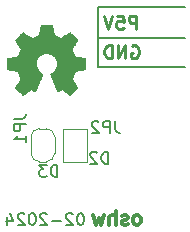
<source format=gbr>
%TF.GenerationSoftware,KiCad,Pcbnew,7.0.9*%
%TF.CreationDate,2024-02-17T11:22:31-05:00*%
%TF.ProjectId,uSD Card with Power Switch - for Xiao or QT Py,75534420-4361-4726-9420-776974682050,V1*%
%TF.SameCoordinates,Original*%
%TF.FileFunction,Legend,Bot*%
%TF.FilePolarity,Positive*%
%FSLAX46Y46*%
G04 Gerber Fmt 4.6, Leading zero omitted, Abs format (unit mm)*
G04 Created by KiCad (PCBNEW 7.0.9) date 2024-02-17 11:22:31*
%MOMM*%
%LPD*%
G01*
G04 APERTURE LIST*
%ADD10C,0.200000*%
%ADD11C,0.230000*%
%ADD12C,0.300000*%
%ADD13C,0.120000*%
%ADD14C,0.010000*%
G04 APERTURE END LIST*
D10*
X167900000Y-72700000D02*
X160600000Y-72700000D01*
X167900000Y-75200000D02*
X160600000Y-75200000D01*
X160600000Y-70100000D02*
X160600000Y-75200000D01*
X167900000Y-70100000D02*
X160600000Y-70100000D01*
D11*
X163786780Y-71953420D02*
X163786780Y-70853420D01*
X163786780Y-70853420D02*
X163367732Y-70853420D01*
X163367732Y-70853420D02*
X163262970Y-70905801D01*
X163262970Y-70905801D02*
X163210589Y-70958182D01*
X163210589Y-70958182D02*
X163158208Y-71062944D01*
X163158208Y-71062944D02*
X163158208Y-71220087D01*
X163158208Y-71220087D02*
X163210589Y-71324849D01*
X163210589Y-71324849D02*
X163262970Y-71377230D01*
X163262970Y-71377230D02*
X163367732Y-71429611D01*
X163367732Y-71429611D02*
X163786780Y-71429611D01*
X162162970Y-70853420D02*
X162686780Y-70853420D01*
X162686780Y-70853420D02*
X162739161Y-71377230D01*
X162739161Y-71377230D02*
X162686780Y-71324849D01*
X162686780Y-71324849D02*
X162582018Y-71272468D01*
X162582018Y-71272468D02*
X162320113Y-71272468D01*
X162320113Y-71272468D02*
X162215351Y-71324849D01*
X162215351Y-71324849D02*
X162162970Y-71377230D01*
X162162970Y-71377230D02*
X162110589Y-71481992D01*
X162110589Y-71481992D02*
X162110589Y-71743897D01*
X162110589Y-71743897D02*
X162162970Y-71848659D01*
X162162970Y-71848659D02*
X162215351Y-71901040D01*
X162215351Y-71901040D02*
X162320113Y-71953420D01*
X162320113Y-71953420D02*
X162582018Y-71953420D01*
X162582018Y-71953420D02*
X162686780Y-71901040D01*
X162686780Y-71901040D02*
X162739161Y-71848659D01*
X161796304Y-70853420D02*
X161429637Y-71953420D01*
X161429637Y-71953420D02*
X161062970Y-70853420D01*
D10*
X157130326Y-84467219D02*
X157130326Y-83467219D01*
X157130326Y-83467219D02*
X156892231Y-83467219D01*
X156892231Y-83467219D02*
X156749374Y-83514838D01*
X156749374Y-83514838D02*
X156654136Y-83610076D01*
X156654136Y-83610076D02*
X156606517Y-83705314D01*
X156606517Y-83705314D02*
X156558898Y-83895790D01*
X156558898Y-83895790D02*
X156558898Y-84038647D01*
X156558898Y-84038647D02*
X156606517Y-84229123D01*
X156606517Y-84229123D02*
X156654136Y-84324361D01*
X156654136Y-84324361D02*
X156749374Y-84419600D01*
X156749374Y-84419600D02*
X156892231Y-84467219D01*
X156892231Y-84467219D02*
X157130326Y-84467219D01*
X156225564Y-83467219D02*
X155606517Y-83467219D01*
X155606517Y-83467219D02*
X155939850Y-83848171D01*
X155939850Y-83848171D02*
X155796993Y-83848171D01*
X155796993Y-83848171D02*
X155701755Y-83895790D01*
X155701755Y-83895790D02*
X155654136Y-83943409D01*
X155654136Y-83943409D02*
X155606517Y-84038647D01*
X155606517Y-84038647D02*
X155606517Y-84276742D01*
X155606517Y-84276742D02*
X155654136Y-84371980D01*
X155654136Y-84371980D02*
X155701755Y-84419600D01*
X155701755Y-84419600D02*
X155796993Y-84467219D01*
X155796993Y-84467219D02*
X156082707Y-84467219D01*
X156082707Y-84467219D02*
X156177945Y-84419600D01*
X156177945Y-84419600D02*
X156225564Y-84371980D01*
X161430326Y-83367219D02*
X161430326Y-82367219D01*
X161430326Y-82367219D02*
X161192231Y-82367219D01*
X161192231Y-82367219D02*
X161049374Y-82414838D01*
X161049374Y-82414838D02*
X160954136Y-82510076D01*
X160954136Y-82510076D02*
X160906517Y-82605314D01*
X160906517Y-82605314D02*
X160858898Y-82795790D01*
X160858898Y-82795790D02*
X160858898Y-82938647D01*
X160858898Y-82938647D02*
X160906517Y-83129123D01*
X160906517Y-83129123D02*
X160954136Y-83224361D01*
X160954136Y-83224361D02*
X161049374Y-83319600D01*
X161049374Y-83319600D02*
X161192231Y-83367219D01*
X161192231Y-83367219D02*
X161430326Y-83367219D01*
X160477945Y-82462457D02*
X160430326Y-82414838D01*
X160430326Y-82414838D02*
X160335088Y-82367219D01*
X160335088Y-82367219D02*
X160096993Y-82367219D01*
X160096993Y-82367219D02*
X160001755Y-82414838D01*
X160001755Y-82414838D02*
X159954136Y-82462457D01*
X159954136Y-82462457D02*
X159906517Y-82557695D01*
X159906517Y-82557695D02*
X159906517Y-82652933D01*
X159906517Y-82652933D02*
X159954136Y-82795790D01*
X159954136Y-82795790D02*
X160525564Y-83367219D01*
X160525564Y-83367219D02*
X159906517Y-83367219D01*
D11*
X163410589Y-73405801D02*
X163515351Y-73353420D01*
X163515351Y-73353420D02*
X163672494Y-73353420D01*
X163672494Y-73353420D02*
X163829637Y-73405801D01*
X163829637Y-73405801D02*
X163934399Y-73510563D01*
X163934399Y-73510563D02*
X163986780Y-73615325D01*
X163986780Y-73615325D02*
X164039161Y-73824849D01*
X164039161Y-73824849D02*
X164039161Y-73981992D01*
X164039161Y-73981992D02*
X163986780Y-74191516D01*
X163986780Y-74191516D02*
X163934399Y-74296278D01*
X163934399Y-74296278D02*
X163829637Y-74401040D01*
X163829637Y-74401040D02*
X163672494Y-74453420D01*
X163672494Y-74453420D02*
X163567732Y-74453420D01*
X163567732Y-74453420D02*
X163410589Y-74401040D01*
X163410589Y-74401040D02*
X163358208Y-74348659D01*
X163358208Y-74348659D02*
X163358208Y-73981992D01*
X163358208Y-73981992D02*
X163567732Y-73981992D01*
X162886780Y-74453420D02*
X162886780Y-73353420D01*
X162886780Y-73353420D02*
X162258208Y-74453420D01*
X162258208Y-74453420D02*
X162258208Y-73353420D01*
X161734399Y-74453420D02*
X161734399Y-73353420D01*
X161734399Y-73353420D02*
X161472494Y-73353420D01*
X161472494Y-73353420D02*
X161315351Y-73405801D01*
X161315351Y-73405801D02*
X161210589Y-73510563D01*
X161210589Y-73510563D02*
X161158208Y-73615325D01*
X161158208Y-73615325D02*
X161105827Y-73824849D01*
X161105827Y-73824849D02*
X161105827Y-73981992D01*
X161105827Y-73981992D02*
X161158208Y-74191516D01*
X161158208Y-74191516D02*
X161210589Y-74296278D01*
X161210589Y-74296278D02*
X161315351Y-74401040D01*
X161315351Y-74401040D02*
X161472494Y-74453420D01*
X161472494Y-74453420D02*
X161734399Y-74453420D01*
D10*
X159139850Y-87567219D02*
X159044612Y-87567219D01*
X159044612Y-87567219D02*
X158949374Y-87614838D01*
X158949374Y-87614838D02*
X158901755Y-87662457D01*
X158901755Y-87662457D02*
X158854136Y-87757695D01*
X158854136Y-87757695D02*
X158806517Y-87948171D01*
X158806517Y-87948171D02*
X158806517Y-88186266D01*
X158806517Y-88186266D02*
X158854136Y-88376742D01*
X158854136Y-88376742D02*
X158901755Y-88471980D01*
X158901755Y-88471980D02*
X158949374Y-88519600D01*
X158949374Y-88519600D02*
X159044612Y-88567219D01*
X159044612Y-88567219D02*
X159139850Y-88567219D01*
X159139850Y-88567219D02*
X159235088Y-88519600D01*
X159235088Y-88519600D02*
X159282707Y-88471980D01*
X159282707Y-88471980D02*
X159330326Y-88376742D01*
X159330326Y-88376742D02*
X159377945Y-88186266D01*
X159377945Y-88186266D02*
X159377945Y-87948171D01*
X159377945Y-87948171D02*
X159330326Y-87757695D01*
X159330326Y-87757695D02*
X159282707Y-87662457D01*
X159282707Y-87662457D02*
X159235088Y-87614838D01*
X159235088Y-87614838D02*
X159139850Y-87567219D01*
X158425564Y-87662457D02*
X158377945Y-87614838D01*
X158377945Y-87614838D02*
X158282707Y-87567219D01*
X158282707Y-87567219D02*
X158044612Y-87567219D01*
X158044612Y-87567219D02*
X157949374Y-87614838D01*
X157949374Y-87614838D02*
X157901755Y-87662457D01*
X157901755Y-87662457D02*
X157854136Y-87757695D01*
X157854136Y-87757695D02*
X157854136Y-87852933D01*
X157854136Y-87852933D02*
X157901755Y-87995790D01*
X157901755Y-87995790D02*
X158473183Y-88567219D01*
X158473183Y-88567219D02*
X157854136Y-88567219D01*
X157425564Y-88186266D02*
X156663660Y-88186266D01*
X156235088Y-87662457D02*
X156187469Y-87614838D01*
X156187469Y-87614838D02*
X156092231Y-87567219D01*
X156092231Y-87567219D02*
X155854136Y-87567219D01*
X155854136Y-87567219D02*
X155758898Y-87614838D01*
X155758898Y-87614838D02*
X155711279Y-87662457D01*
X155711279Y-87662457D02*
X155663660Y-87757695D01*
X155663660Y-87757695D02*
X155663660Y-87852933D01*
X155663660Y-87852933D02*
X155711279Y-87995790D01*
X155711279Y-87995790D02*
X156282707Y-88567219D01*
X156282707Y-88567219D02*
X155663660Y-88567219D01*
X155044612Y-87567219D02*
X154949374Y-87567219D01*
X154949374Y-87567219D02*
X154854136Y-87614838D01*
X154854136Y-87614838D02*
X154806517Y-87662457D01*
X154806517Y-87662457D02*
X154758898Y-87757695D01*
X154758898Y-87757695D02*
X154711279Y-87948171D01*
X154711279Y-87948171D02*
X154711279Y-88186266D01*
X154711279Y-88186266D02*
X154758898Y-88376742D01*
X154758898Y-88376742D02*
X154806517Y-88471980D01*
X154806517Y-88471980D02*
X154854136Y-88519600D01*
X154854136Y-88519600D02*
X154949374Y-88567219D01*
X154949374Y-88567219D02*
X155044612Y-88567219D01*
X155044612Y-88567219D02*
X155139850Y-88519600D01*
X155139850Y-88519600D02*
X155187469Y-88471980D01*
X155187469Y-88471980D02*
X155235088Y-88376742D01*
X155235088Y-88376742D02*
X155282707Y-88186266D01*
X155282707Y-88186266D02*
X155282707Y-87948171D01*
X155282707Y-87948171D02*
X155235088Y-87757695D01*
X155235088Y-87757695D02*
X155187469Y-87662457D01*
X155187469Y-87662457D02*
X155139850Y-87614838D01*
X155139850Y-87614838D02*
X155044612Y-87567219D01*
X154330326Y-87662457D02*
X154282707Y-87614838D01*
X154282707Y-87614838D02*
X154187469Y-87567219D01*
X154187469Y-87567219D02*
X153949374Y-87567219D01*
X153949374Y-87567219D02*
X153854136Y-87614838D01*
X153854136Y-87614838D02*
X153806517Y-87662457D01*
X153806517Y-87662457D02*
X153758898Y-87757695D01*
X153758898Y-87757695D02*
X153758898Y-87852933D01*
X153758898Y-87852933D02*
X153806517Y-87995790D01*
X153806517Y-87995790D02*
X154377945Y-88567219D01*
X154377945Y-88567219D02*
X153758898Y-88567219D01*
X152901755Y-87900552D02*
X152901755Y-88567219D01*
X153139850Y-87519600D02*
X153377945Y-88233885D01*
X153377945Y-88233885D02*
X152758898Y-88233885D01*
D12*
X163945489Y-88537542D02*
X164059774Y-88480400D01*
X164059774Y-88480400D02*
X164116917Y-88423257D01*
X164116917Y-88423257D02*
X164174060Y-88308971D01*
X164174060Y-88308971D02*
X164174060Y-87966114D01*
X164174060Y-87966114D02*
X164116917Y-87851828D01*
X164116917Y-87851828D02*
X164059774Y-87794685D01*
X164059774Y-87794685D02*
X163945489Y-87737542D01*
X163945489Y-87737542D02*
X163774060Y-87737542D01*
X163774060Y-87737542D02*
X163659774Y-87794685D01*
X163659774Y-87794685D02*
X163602632Y-87851828D01*
X163602632Y-87851828D02*
X163545489Y-87966114D01*
X163545489Y-87966114D02*
X163545489Y-88308971D01*
X163545489Y-88308971D02*
X163602632Y-88423257D01*
X163602632Y-88423257D02*
X163659774Y-88480400D01*
X163659774Y-88480400D02*
X163774060Y-88537542D01*
X163774060Y-88537542D02*
X163945489Y-88537542D01*
X163088346Y-88480400D02*
X162974060Y-88537542D01*
X162974060Y-88537542D02*
X162745489Y-88537542D01*
X162745489Y-88537542D02*
X162631203Y-88480400D01*
X162631203Y-88480400D02*
X162574060Y-88366114D01*
X162574060Y-88366114D02*
X162574060Y-88308971D01*
X162574060Y-88308971D02*
X162631203Y-88194685D01*
X162631203Y-88194685D02*
X162745489Y-88137542D01*
X162745489Y-88137542D02*
X162916918Y-88137542D01*
X162916918Y-88137542D02*
X163031203Y-88080400D01*
X163031203Y-88080400D02*
X163088346Y-87966114D01*
X163088346Y-87966114D02*
X163088346Y-87908971D01*
X163088346Y-87908971D02*
X163031203Y-87794685D01*
X163031203Y-87794685D02*
X162916918Y-87737542D01*
X162916918Y-87737542D02*
X162745489Y-87737542D01*
X162745489Y-87737542D02*
X162631203Y-87794685D01*
X162059774Y-88537542D02*
X162059774Y-87337542D01*
X161545489Y-88537542D02*
X161545489Y-87908971D01*
X161545489Y-87908971D02*
X161602631Y-87794685D01*
X161602631Y-87794685D02*
X161716917Y-87737542D01*
X161716917Y-87737542D02*
X161888346Y-87737542D01*
X161888346Y-87737542D02*
X162002631Y-87794685D01*
X162002631Y-87794685D02*
X162059774Y-87851828D01*
X161088346Y-87737542D02*
X160859775Y-88537542D01*
X160859775Y-88537542D02*
X160631203Y-87966114D01*
X160631203Y-87966114D02*
X160402632Y-88537542D01*
X160402632Y-88537542D02*
X160174060Y-87737542D01*
D10*
X153452219Y-79566666D02*
X154166504Y-79566666D01*
X154166504Y-79566666D02*
X154309361Y-79519047D01*
X154309361Y-79519047D02*
X154404600Y-79423809D01*
X154404600Y-79423809D02*
X154452219Y-79280952D01*
X154452219Y-79280952D02*
X154452219Y-79185714D01*
X154452219Y-80042857D02*
X153452219Y-80042857D01*
X153452219Y-80042857D02*
X153452219Y-80423809D01*
X153452219Y-80423809D02*
X153499838Y-80519047D01*
X153499838Y-80519047D02*
X153547457Y-80566666D01*
X153547457Y-80566666D02*
X153642695Y-80614285D01*
X153642695Y-80614285D02*
X153785552Y-80614285D01*
X153785552Y-80614285D02*
X153880790Y-80566666D01*
X153880790Y-80566666D02*
X153928409Y-80519047D01*
X153928409Y-80519047D02*
X153976028Y-80423809D01*
X153976028Y-80423809D02*
X153976028Y-80042857D01*
X154452219Y-81566666D02*
X154452219Y-80995238D01*
X154452219Y-81280952D02*
X153452219Y-81280952D01*
X153452219Y-81280952D02*
X153595076Y-81185714D01*
X153595076Y-81185714D02*
X153690314Y-81090476D01*
X153690314Y-81090476D02*
X153737933Y-80995238D01*
X162033333Y-79752219D02*
X162033333Y-80466504D01*
X162033333Y-80466504D02*
X162080952Y-80609361D01*
X162080952Y-80609361D02*
X162176190Y-80704600D01*
X162176190Y-80704600D02*
X162319047Y-80752219D01*
X162319047Y-80752219D02*
X162414285Y-80752219D01*
X161557142Y-80752219D02*
X161557142Y-79752219D01*
X161557142Y-79752219D02*
X161176190Y-79752219D01*
X161176190Y-79752219D02*
X161080952Y-79799838D01*
X161080952Y-79799838D02*
X161033333Y-79847457D01*
X161033333Y-79847457D02*
X160985714Y-79942695D01*
X160985714Y-79942695D02*
X160985714Y-80085552D01*
X160985714Y-80085552D02*
X161033333Y-80180790D01*
X161033333Y-80180790D02*
X161080952Y-80228409D01*
X161080952Y-80228409D02*
X161176190Y-80276028D01*
X161176190Y-80276028D02*
X161557142Y-80276028D01*
X160604761Y-79847457D02*
X160557142Y-79799838D01*
X160557142Y-79799838D02*
X160461904Y-79752219D01*
X160461904Y-79752219D02*
X160223809Y-79752219D01*
X160223809Y-79752219D02*
X160128571Y-79799838D01*
X160128571Y-79799838D02*
X160080952Y-79847457D01*
X160080952Y-79847457D02*
X160033333Y-79942695D01*
X160033333Y-79942695D02*
X160033333Y-80037933D01*
X160033333Y-80037933D02*
X160080952Y-80180790D01*
X160080952Y-80180790D02*
X160652380Y-80752219D01*
X160652380Y-80752219D02*
X160033333Y-80752219D01*
D13*
%TO.C,JP1*%
X155600000Y-83200000D02*
X156200000Y-83200000D01*
X156900000Y-82500000D02*
X156900000Y-81100000D01*
X154900000Y-81100000D02*
X154900000Y-82500000D01*
X156200000Y-80400000D02*
X155600000Y-80400000D01*
X154900000Y-82500000D02*
G75*
G03*
X155600000Y-83200000I699999J-1D01*
G01*
X156200000Y-83200000D02*
G75*
G03*
X156900000Y-82500000I1J699999D01*
G01*
X155600000Y-80400000D02*
G75*
G03*
X154900000Y-81100000I0J-700000D01*
G01*
X156900000Y-81100000D02*
G75*
G03*
X156200000Y-80400000I-700000J0D01*
G01*
%TO.C,REF\u002A\u002A*%
D14*
X156737275Y-72068931D02*
X156821095Y-72513555D01*
X157439667Y-72768551D01*
X157810707Y-72516246D01*
X157884144Y-72466506D01*
X157981499Y-72401218D01*
X158065787Y-72345454D01*
X158132631Y-72302078D01*
X158177654Y-72273953D01*
X158196478Y-72263942D01*
X158208039Y-72271061D01*
X158242596Y-72300894D01*
X158294894Y-72349852D01*
X158360500Y-72413440D01*
X158434983Y-72487163D01*
X158513913Y-72566525D01*
X158592856Y-72647031D01*
X158667384Y-72724185D01*
X158733063Y-72793493D01*
X158785463Y-72850457D01*
X158820153Y-72890584D01*
X158832701Y-72909377D01*
X158829782Y-72917451D01*
X158809571Y-72953469D01*
X158772663Y-73012744D01*
X158722050Y-73090630D01*
X158660725Y-73182481D01*
X158591679Y-73283650D01*
X158553787Y-73338826D01*
X158488606Y-73434884D01*
X158432723Y-73518717D01*
X158389117Y-73585777D01*
X158360769Y-73631519D01*
X158350657Y-73651396D01*
X158350823Y-73652497D01*
X158359743Y-73677694D01*
X158380206Y-73729147D01*
X158409360Y-73800135D01*
X158444353Y-73883935D01*
X158482332Y-73973828D01*
X158520445Y-74063091D01*
X158555839Y-74145003D01*
X158585662Y-74212843D01*
X158607061Y-74259890D01*
X158617184Y-74279422D01*
X158623174Y-74281155D01*
X158659566Y-74288969D01*
X158724427Y-74301915D01*
X158812565Y-74318979D01*
X158918787Y-74339151D01*
X159037902Y-74361418D01*
X159100683Y-74373223D01*
X159215912Y-74395748D01*
X159316662Y-74416550D01*
X159397426Y-74434435D01*
X159452698Y-74448208D01*
X159476971Y-74456674D01*
X159481331Y-74465066D01*
X159488563Y-74506072D01*
X159494246Y-74574368D01*
X159498382Y-74663529D01*
X159500977Y-74767128D01*
X159502036Y-74878740D01*
X159501561Y-74991938D01*
X159499559Y-75100296D01*
X159496033Y-75197389D01*
X159490987Y-75276790D01*
X159484427Y-75332072D01*
X159476356Y-75356810D01*
X159471458Y-75359600D01*
X159434930Y-75371569D01*
X159371565Y-75387405D01*
X159288686Y-75405374D01*
X159193618Y-75423741D01*
X159161542Y-75429591D01*
X159013393Y-75456798D01*
X158896961Y-75478663D01*
X158808209Y-75496093D01*
X158743103Y-75509996D01*
X158697606Y-75521277D01*
X158667682Y-75530843D01*
X158649294Y-75539601D01*
X158638407Y-75548457D01*
X158637142Y-75549943D01*
X158619338Y-75580931D01*
X158592994Y-75637634D01*
X158560661Y-75713399D01*
X158524893Y-75801574D01*
X158488244Y-75895507D01*
X158453266Y-75988547D01*
X158422513Y-76074041D01*
X158398538Y-76145336D01*
X158383895Y-76195782D01*
X158381136Y-76218726D01*
X158382981Y-76221703D01*
X158402075Y-76250493D01*
X158437984Y-76303595D01*
X158487378Y-76376117D01*
X158546927Y-76463167D01*
X158613303Y-76559854D01*
X158631520Y-76586456D01*
X158695577Y-76681875D01*
X158750937Y-76767212D01*
X158794439Y-76837405D01*
X158822924Y-76887394D01*
X158833232Y-76912116D01*
X158831011Y-76918616D01*
X158807858Y-76950644D01*
X158762177Y-77002945D01*
X158697241Y-77071999D01*
X158616319Y-77154286D01*
X158522685Y-77246286D01*
X158469165Y-77297781D01*
X158384542Y-77377983D01*
X158310475Y-77446678D01*
X158250941Y-77500252D01*
X158209917Y-77535085D01*
X158191381Y-77547563D01*
X158178646Y-77542938D01*
X158139436Y-77521057D01*
X158082495Y-77485273D01*
X158015250Y-77440117D01*
X157967438Y-77407165D01*
X157871985Y-77341727D01*
X157770125Y-77272228D01*
X157677088Y-77209075D01*
X157494832Y-77085800D01*
X157341841Y-77168520D01*
X157305817Y-77187613D01*
X157240303Y-77220272D01*
X157189640Y-77242819D01*
X157162564Y-77251226D01*
X157153703Y-77240430D01*
X157131699Y-77199323D01*
X157099199Y-77131549D01*
X157058010Y-77041409D01*
X157009942Y-76933205D01*
X156956802Y-76811237D01*
X156900399Y-76679808D01*
X156842542Y-76543218D01*
X156785038Y-76405767D01*
X156729697Y-76271758D01*
X156678326Y-76145491D01*
X156632735Y-76031268D01*
X156594732Y-75933390D01*
X156566124Y-75856157D01*
X156548721Y-75803871D01*
X156544331Y-75780833D01*
X156544628Y-75780160D01*
X156565077Y-75758863D01*
X156607850Y-75725508D01*
X156664117Y-75687011D01*
X156681877Y-75675256D01*
X156817014Y-75563735D01*
X156928856Y-75430906D01*
X157014755Y-75282298D01*
X157072062Y-75123440D01*
X157098131Y-74959860D01*
X157090313Y-74797088D01*
X157058644Y-74652315D01*
X157001782Y-74506124D01*
X156918888Y-74375703D01*
X156805131Y-74251813D01*
X156760433Y-74212235D01*
X156615935Y-74114723D01*
X156459838Y-74049050D01*
X156296667Y-74014630D01*
X156130943Y-74010874D01*
X155967192Y-74037194D01*
X155809936Y-74093003D01*
X155663698Y-74177714D01*
X155533004Y-74290737D01*
X155422374Y-74431487D01*
X155401105Y-74466342D01*
X155328810Y-74625655D01*
X155290415Y-74791552D01*
X155284914Y-74959737D01*
X155311301Y-75125913D01*
X155368570Y-75285784D01*
X155455717Y-75435053D01*
X155571736Y-75569423D01*
X155715622Y-75684599D01*
X155720294Y-75687702D01*
X155775964Y-75726933D01*
X155817689Y-75760286D01*
X155836746Y-75780833D01*
X155834342Y-75796941D01*
X155819391Y-75843844D01*
X155792881Y-75916539D01*
X155756620Y-76010725D01*
X155712416Y-76122098D01*
X155662076Y-76246358D01*
X155607407Y-76379202D01*
X155550218Y-76516327D01*
X155492316Y-76653432D01*
X155435510Y-76786215D01*
X155381606Y-76910374D01*
X155332412Y-77021606D01*
X155289737Y-77115609D01*
X155255387Y-77188082D01*
X155231171Y-77234722D01*
X155218897Y-77251226D01*
X155208689Y-77248991D01*
X155168586Y-77232926D01*
X155109318Y-77204759D01*
X155039619Y-77168520D01*
X154886629Y-77085800D01*
X154704373Y-77209075D01*
X154650527Y-77245579D01*
X154550374Y-77313784D01*
X154450525Y-77382098D01*
X154366211Y-77440117D01*
X154319679Y-77471736D01*
X154259200Y-77511020D01*
X154214357Y-77537912D01*
X154192455Y-77547883D01*
X154183045Y-77543650D01*
X154149031Y-77517721D01*
X154096595Y-77472070D01*
X154030301Y-77411186D01*
X153954713Y-77339561D01*
X153874396Y-77261683D01*
X153793913Y-77182045D01*
X153717829Y-77105135D01*
X153650707Y-77035445D01*
X153597112Y-76977464D01*
X153561608Y-76935684D01*
X153548759Y-76914593D01*
X153549500Y-76910581D01*
X153564793Y-76877920D01*
X153597462Y-76821412D01*
X153644350Y-76746163D01*
X153702301Y-76657275D01*
X153768157Y-76559854D01*
X153786627Y-76532982D01*
X153851482Y-76438423D01*
X153908609Y-76354827D01*
X153954678Y-76287084D01*
X153986359Y-76240086D01*
X154000324Y-76218726D01*
X154000668Y-76217811D01*
X153996546Y-76191678D01*
X153980807Y-76138740D01*
X153956004Y-76065647D01*
X153924689Y-75979052D01*
X153889417Y-75885608D01*
X153852740Y-75791965D01*
X153817212Y-75704777D01*
X153785386Y-75630695D01*
X153759816Y-75576371D01*
X153743053Y-75548457D01*
X153741374Y-75546724D01*
X153729372Y-75537956D01*
X153709103Y-75529115D01*
X153676529Y-75519292D01*
X153627616Y-75507583D01*
X153558327Y-75493080D01*
X153464625Y-75474876D01*
X153342476Y-75452066D01*
X153187842Y-75423741D01*
X153155770Y-75417780D01*
X153063893Y-75399352D01*
X152986607Y-75381892D01*
X152931236Y-75367133D01*
X152905105Y-75356810D01*
X152900733Y-75348197D01*
X152893445Y-75306826D01*
X152887669Y-75238241D01*
X152883410Y-75148868D01*
X152880673Y-75045135D01*
X152879462Y-74933465D01*
X152879782Y-74820287D01*
X152881636Y-74712026D01*
X152885030Y-74615108D01*
X152889967Y-74535959D01*
X152896452Y-74481006D01*
X152904489Y-74456674D01*
X152912696Y-74453079D01*
X152953519Y-74441748D01*
X153022524Y-74425722D01*
X153114203Y-74406195D01*
X153223050Y-74384362D01*
X153343558Y-74361418D01*
X153409357Y-74349159D01*
X153522135Y-74327901D01*
X153619207Y-74309287D01*
X153695382Y-74294328D01*
X153745469Y-74284036D01*
X153764276Y-74279422D01*
X153764983Y-74278471D01*
X153776961Y-74254310D01*
X153799794Y-74203694D01*
X153830630Y-74133338D01*
X153866613Y-74049958D01*
X153904891Y-73960270D01*
X153942609Y-73870989D01*
X153976913Y-73788832D01*
X154004949Y-73720513D01*
X154023864Y-73672748D01*
X154030803Y-73652254D01*
X154027742Y-73645043D01*
X154007372Y-73610728D01*
X153970422Y-73552970D01*
X153919860Y-73476299D01*
X153858657Y-73385248D01*
X153789781Y-73284350D01*
X153751994Y-73229093D01*
X153686782Y-73132215D01*
X153630871Y-73047193D01*
X153587241Y-72978662D01*
X153558877Y-72931260D01*
X153548759Y-72909623D01*
X153555790Y-72897887D01*
X153585197Y-72862818D01*
X153633441Y-72809745D01*
X153696093Y-72743164D01*
X153768725Y-72667574D01*
X153846908Y-72587472D01*
X153926214Y-72507354D01*
X154002213Y-72431718D01*
X154070478Y-72365062D01*
X154126580Y-72311882D01*
X154166090Y-72276676D01*
X154184579Y-72263942D01*
X154194843Y-72268893D01*
X154232530Y-72291857D01*
X154293348Y-72330938D01*
X154372913Y-72383272D01*
X154466843Y-72445996D01*
X154570754Y-72516246D01*
X154941794Y-72768551D01*
X155251080Y-72641053D01*
X155560365Y-72513555D01*
X155644186Y-72068931D01*
X155728006Y-71624307D01*
X156653454Y-71624307D01*
X156737275Y-72068931D01*
G36*
X156737275Y-72068931D02*
G01*
X156821095Y-72513555D01*
X157439667Y-72768551D01*
X157810707Y-72516246D01*
X157884144Y-72466506D01*
X157981499Y-72401218D01*
X158065787Y-72345454D01*
X158132631Y-72302078D01*
X158177654Y-72273953D01*
X158196478Y-72263942D01*
X158208039Y-72271061D01*
X158242596Y-72300894D01*
X158294894Y-72349852D01*
X158360500Y-72413440D01*
X158434983Y-72487163D01*
X158513913Y-72566525D01*
X158592856Y-72647031D01*
X158667384Y-72724185D01*
X158733063Y-72793493D01*
X158785463Y-72850457D01*
X158820153Y-72890584D01*
X158832701Y-72909377D01*
X158829782Y-72917451D01*
X158809571Y-72953469D01*
X158772663Y-73012744D01*
X158722050Y-73090630D01*
X158660725Y-73182481D01*
X158591679Y-73283650D01*
X158553787Y-73338826D01*
X158488606Y-73434884D01*
X158432723Y-73518717D01*
X158389117Y-73585777D01*
X158360769Y-73631519D01*
X158350657Y-73651396D01*
X158350823Y-73652497D01*
X158359743Y-73677694D01*
X158380206Y-73729147D01*
X158409360Y-73800135D01*
X158444353Y-73883935D01*
X158482332Y-73973828D01*
X158520445Y-74063091D01*
X158555839Y-74145003D01*
X158585662Y-74212843D01*
X158607061Y-74259890D01*
X158617184Y-74279422D01*
X158623174Y-74281155D01*
X158659566Y-74288969D01*
X158724427Y-74301915D01*
X158812565Y-74318979D01*
X158918787Y-74339151D01*
X159037902Y-74361418D01*
X159100683Y-74373223D01*
X159215912Y-74395748D01*
X159316662Y-74416550D01*
X159397426Y-74434435D01*
X159452698Y-74448208D01*
X159476971Y-74456674D01*
X159481331Y-74465066D01*
X159488563Y-74506072D01*
X159494246Y-74574368D01*
X159498382Y-74663529D01*
X159500977Y-74767128D01*
X159502036Y-74878740D01*
X159501561Y-74991938D01*
X159499559Y-75100296D01*
X159496033Y-75197389D01*
X159490987Y-75276790D01*
X159484427Y-75332072D01*
X159476356Y-75356810D01*
X159471458Y-75359600D01*
X159434930Y-75371569D01*
X159371565Y-75387405D01*
X159288686Y-75405374D01*
X159193618Y-75423741D01*
X159161542Y-75429591D01*
X159013393Y-75456798D01*
X158896961Y-75478663D01*
X158808209Y-75496093D01*
X158743103Y-75509996D01*
X158697606Y-75521277D01*
X158667682Y-75530843D01*
X158649294Y-75539601D01*
X158638407Y-75548457D01*
X158637142Y-75549943D01*
X158619338Y-75580931D01*
X158592994Y-75637634D01*
X158560661Y-75713399D01*
X158524893Y-75801574D01*
X158488244Y-75895507D01*
X158453266Y-75988547D01*
X158422513Y-76074041D01*
X158398538Y-76145336D01*
X158383895Y-76195782D01*
X158381136Y-76218726D01*
X158382981Y-76221703D01*
X158402075Y-76250493D01*
X158437984Y-76303595D01*
X158487378Y-76376117D01*
X158546927Y-76463167D01*
X158613303Y-76559854D01*
X158631520Y-76586456D01*
X158695577Y-76681875D01*
X158750937Y-76767212D01*
X158794439Y-76837405D01*
X158822924Y-76887394D01*
X158833232Y-76912116D01*
X158831011Y-76918616D01*
X158807858Y-76950644D01*
X158762177Y-77002945D01*
X158697241Y-77071999D01*
X158616319Y-77154286D01*
X158522685Y-77246286D01*
X158469165Y-77297781D01*
X158384542Y-77377983D01*
X158310475Y-77446678D01*
X158250941Y-77500252D01*
X158209917Y-77535085D01*
X158191381Y-77547563D01*
X158178646Y-77542938D01*
X158139436Y-77521057D01*
X158082495Y-77485273D01*
X158015250Y-77440117D01*
X157967438Y-77407165D01*
X157871985Y-77341727D01*
X157770125Y-77272228D01*
X157677088Y-77209075D01*
X157494832Y-77085800D01*
X157341841Y-77168520D01*
X157305817Y-77187613D01*
X157240303Y-77220272D01*
X157189640Y-77242819D01*
X157162564Y-77251226D01*
X157153703Y-77240430D01*
X157131699Y-77199323D01*
X157099199Y-77131549D01*
X157058010Y-77041409D01*
X157009942Y-76933205D01*
X156956802Y-76811237D01*
X156900399Y-76679808D01*
X156842542Y-76543218D01*
X156785038Y-76405767D01*
X156729697Y-76271758D01*
X156678326Y-76145491D01*
X156632735Y-76031268D01*
X156594732Y-75933390D01*
X156566124Y-75856157D01*
X156548721Y-75803871D01*
X156544331Y-75780833D01*
X156544628Y-75780160D01*
X156565077Y-75758863D01*
X156607850Y-75725508D01*
X156664117Y-75687011D01*
X156681877Y-75675256D01*
X156817014Y-75563735D01*
X156928856Y-75430906D01*
X157014755Y-75282298D01*
X157072062Y-75123440D01*
X157098131Y-74959860D01*
X157090313Y-74797088D01*
X157058644Y-74652315D01*
X157001782Y-74506124D01*
X156918888Y-74375703D01*
X156805131Y-74251813D01*
X156760433Y-74212235D01*
X156615935Y-74114723D01*
X156459838Y-74049050D01*
X156296667Y-74014630D01*
X156130943Y-74010874D01*
X155967192Y-74037194D01*
X155809936Y-74093003D01*
X155663698Y-74177714D01*
X155533004Y-74290737D01*
X155422374Y-74431487D01*
X155401105Y-74466342D01*
X155328810Y-74625655D01*
X155290415Y-74791552D01*
X155284914Y-74959737D01*
X155311301Y-75125913D01*
X155368570Y-75285784D01*
X155455717Y-75435053D01*
X155571736Y-75569423D01*
X155715622Y-75684599D01*
X155720294Y-75687702D01*
X155775964Y-75726933D01*
X155817689Y-75760286D01*
X155836746Y-75780833D01*
X155834342Y-75796941D01*
X155819391Y-75843844D01*
X155792881Y-75916539D01*
X155756620Y-76010725D01*
X155712416Y-76122098D01*
X155662076Y-76246358D01*
X155607407Y-76379202D01*
X155550218Y-76516327D01*
X155492316Y-76653432D01*
X155435510Y-76786215D01*
X155381606Y-76910374D01*
X155332412Y-77021606D01*
X155289737Y-77115609D01*
X155255387Y-77188082D01*
X155231171Y-77234722D01*
X155218897Y-77251226D01*
X155208689Y-77248991D01*
X155168586Y-77232926D01*
X155109318Y-77204759D01*
X155039619Y-77168520D01*
X154886629Y-77085800D01*
X154704373Y-77209075D01*
X154650527Y-77245579D01*
X154550374Y-77313784D01*
X154450525Y-77382098D01*
X154366211Y-77440117D01*
X154319679Y-77471736D01*
X154259200Y-77511020D01*
X154214357Y-77537912D01*
X154192455Y-77547883D01*
X154183045Y-77543650D01*
X154149031Y-77517721D01*
X154096595Y-77472070D01*
X154030301Y-77411186D01*
X153954713Y-77339561D01*
X153874396Y-77261683D01*
X153793913Y-77182045D01*
X153717829Y-77105135D01*
X153650707Y-77035445D01*
X153597112Y-76977464D01*
X153561608Y-76935684D01*
X153548759Y-76914593D01*
X153549500Y-76910581D01*
X153564793Y-76877920D01*
X153597462Y-76821412D01*
X153644350Y-76746163D01*
X153702301Y-76657275D01*
X153768157Y-76559854D01*
X153786627Y-76532982D01*
X153851482Y-76438423D01*
X153908609Y-76354827D01*
X153954678Y-76287084D01*
X153986359Y-76240086D01*
X154000324Y-76218726D01*
X154000668Y-76217811D01*
X153996546Y-76191678D01*
X153980807Y-76138740D01*
X153956004Y-76065647D01*
X153924689Y-75979052D01*
X153889417Y-75885608D01*
X153852740Y-75791965D01*
X153817212Y-75704777D01*
X153785386Y-75630695D01*
X153759816Y-75576371D01*
X153743053Y-75548457D01*
X153741374Y-75546724D01*
X153729372Y-75537956D01*
X153709103Y-75529115D01*
X153676529Y-75519292D01*
X153627616Y-75507583D01*
X153558327Y-75493080D01*
X153464625Y-75474876D01*
X153342476Y-75452066D01*
X153187842Y-75423741D01*
X153155770Y-75417780D01*
X153063893Y-75399352D01*
X152986607Y-75381892D01*
X152931236Y-75367133D01*
X152905105Y-75356810D01*
X152900733Y-75348197D01*
X152893445Y-75306826D01*
X152887669Y-75238241D01*
X152883410Y-75148868D01*
X152880673Y-75045135D01*
X152879462Y-74933465D01*
X152879782Y-74820287D01*
X152881636Y-74712026D01*
X152885030Y-74615108D01*
X152889967Y-74535959D01*
X152896452Y-74481006D01*
X152904489Y-74456674D01*
X152912696Y-74453079D01*
X152953519Y-74441748D01*
X153022524Y-74425722D01*
X153114203Y-74406195D01*
X153223050Y-74384362D01*
X153343558Y-74361418D01*
X153409357Y-74349159D01*
X153522135Y-74327901D01*
X153619207Y-74309287D01*
X153695382Y-74294328D01*
X153745469Y-74284036D01*
X153764276Y-74279422D01*
X153764983Y-74278471D01*
X153776961Y-74254310D01*
X153799794Y-74203694D01*
X153830630Y-74133338D01*
X153866613Y-74049958D01*
X153904891Y-73960270D01*
X153942609Y-73870989D01*
X153976913Y-73788832D01*
X154004949Y-73720513D01*
X154023864Y-73672748D01*
X154030803Y-73652254D01*
X154027742Y-73645043D01*
X154007372Y-73610728D01*
X153970422Y-73552970D01*
X153919860Y-73476299D01*
X153858657Y-73385248D01*
X153789781Y-73284350D01*
X153751994Y-73229093D01*
X153686782Y-73132215D01*
X153630871Y-73047193D01*
X153587241Y-72978662D01*
X153558877Y-72931260D01*
X153548759Y-72909623D01*
X153555790Y-72897887D01*
X153585197Y-72862818D01*
X153633441Y-72809745D01*
X153696093Y-72743164D01*
X153768725Y-72667574D01*
X153846908Y-72587472D01*
X153926214Y-72507354D01*
X154002213Y-72431718D01*
X154070478Y-72365062D01*
X154126580Y-72311882D01*
X154166090Y-72276676D01*
X154184579Y-72263942D01*
X154194843Y-72268893D01*
X154232530Y-72291857D01*
X154293348Y-72330938D01*
X154372913Y-72383272D01*
X154466843Y-72445996D01*
X154570754Y-72516246D01*
X154941794Y-72768551D01*
X155251080Y-72641053D01*
X155560365Y-72513555D01*
X155644186Y-72068931D01*
X155728006Y-71624307D01*
X156653454Y-71624307D01*
X156737275Y-72068931D01*
G37*
D13*
%TO.C,JP2*%
X157600000Y-83200000D02*
X159600000Y-83200000D01*
X159600000Y-83200000D02*
X159600000Y-80400000D01*
X157600000Y-80400000D02*
X157600000Y-83200000D01*
X159600000Y-80400000D02*
X157600000Y-80400000D01*
%TD*%
M02*

</source>
